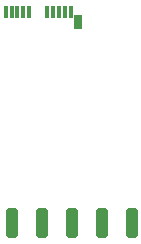
<source format=gbr>
%TF.GenerationSoftware,KiCad,Pcbnew,7.0.8*%
%TF.CreationDate,2024-04-10T13:39:31+02:00*%
%TF.ProjectId,Expansion_Card_Retrofit,45787061-6e73-4696-9f6e-5f436172645f,X1*%
%TF.SameCoordinates,Original*%
%TF.FileFunction,Paste,Bot*%
%TF.FilePolarity,Positive*%
%FSLAX46Y46*%
G04 Gerber Fmt 4.6, Leading zero omitted, Abs format (unit mm)*
G04 Created by KiCad (PCBNEW 7.0.8) date 2024-04-10 13:39:31*
%MOMM*%
%LPD*%
G01*
G04 APERTURE LIST*
G04 Aperture macros list*
%AMRoundRect*
0 Rectangle with rounded corners*
0 $1 Rounding radius*
0 $2 $3 $4 $5 $6 $7 $8 $9 X,Y pos of 4 corners*
0 Add a 4 corners polygon primitive as box body*
4,1,4,$2,$3,$4,$5,$6,$7,$8,$9,$2,$3,0*
0 Add four circle primitives for the rounded corners*
1,1,$1+$1,$2,$3*
1,1,$1+$1,$4,$5*
1,1,$1+$1,$6,$7*
1,1,$1+$1,$8,$9*
0 Add four rect primitives between the rounded corners*
20,1,$1+$1,$2,$3,$4,$5,0*
20,1,$1+$1,$4,$5,$6,$7,0*
20,1,$1+$1,$6,$7,$8,$9,0*
20,1,$1+$1,$8,$9,$2,$3,0*%
G04 Aperture macros list end*
%ADD10R,0.380000X1.000000*%
%ADD11R,0.700000X1.150000*%
%ADD12RoundRect,0.250000X-0.250000X-1.000000X0.250000X-1.000000X0.250000X1.000000X-0.250000X1.000000X0*%
G04 APERTURE END LIST*
D10*
%TO.C,P1*%
X143050000Y-87090000D03*
X142550000Y-87090000D03*
X142050000Y-87090000D03*
X141550000Y-87090000D03*
X141050000Y-87090000D03*
X139550000Y-87090000D03*
X139050000Y-87090000D03*
X138550000Y-87090000D03*
X138050000Y-87090000D03*
X137550000Y-87090000D03*
D11*
X143720000Y-87930000D03*
%TD*%
D12*
%TO.C,J1*%
X138120000Y-105025000D03*
X140660000Y-105025000D03*
X143200000Y-105025000D03*
X145740000Y-105025000D03*
X148280000Y-105025000D03*
%TD*%
M02*

</source>
